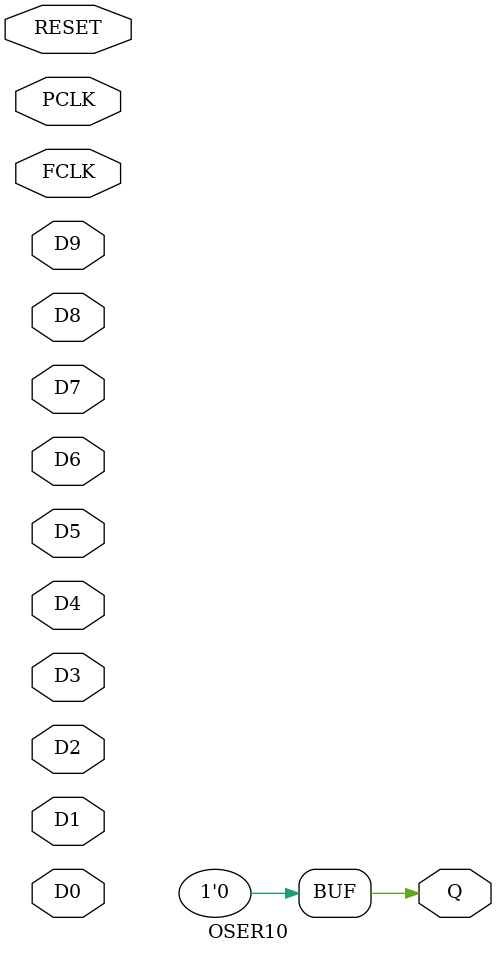
<source format=v>
module OSER10(	// file.cleaned.mlir:2:3
  input  D0,	// file.cleaned.mlir:2:24
         D1,	// file.cleaned.mlir:2:37
         D2,	// file.cleaned.mlir:2:50
         D3,	// file.cleaned.mlir:2:63
         D4,	// file.cleaned.mlir:2:76
         D5,	// file.cleaned.mlir:2:89
         D6,	// file.cleaned.mlir:2:102
         D7,	// file.cleaned.mlir:2:115
         D8,	// file.cleaned.mlir:2:128
         D9,	// file.cleaned.mlir:2:141
         PCLK,	// file.cleaned.mlir:2:154
         FCLK,	// file.cleaned.mlir:2:169
         RESET,	// file.cleaned.mlir:2:184
  output Q	// file.cleaned.mlir:2:201
);

  assign Q = 1'h0;	// file.cleaned.mlir:3:14, :4:5
endmodule


</source>
